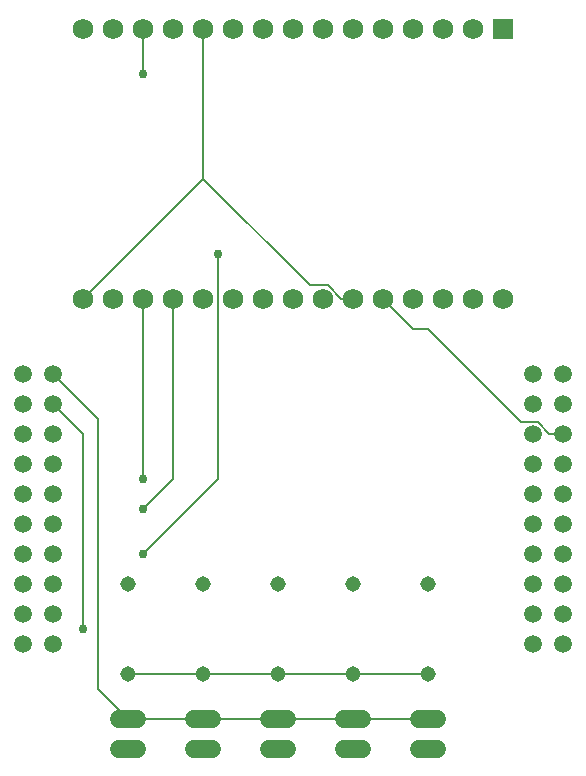
<source format=gbr>
G04 EAGLE Gerber RS-274X export*
G75*
%MOMM*%
%FSLAX34Y34*%
%LPD*%
%INBottom Copper*%
%IPPOS*%
%AMOC8*
5,1,8,0,0,1.08239X$1,22.5*%
G01*
%ADD10C,1.508000*%
%ADD11C,1.524000*%
%ADD12R,1.752600X1.752600*%
%ADD13C,1.752600*%
%ADD14C,1.308000*%
%ADD15C,0.152400*%
%ADD16C,0.756400*%


D10*
X38100Y355600D03*
X38100Y330200D03*
X38100Y304800D03*
X38100Y279400D03*
X38100Y254000D03*
X38100Y228600D03*
X38100Y203200D03*
X38100Y177800D03*
X38100Y152400D03*
X38100Y127000D03*
X63500Y355600D03*
X63500Y330200D03*
X63500Y304800D03*
X63500Y279400D03*
X63500Y254000D03*
X63500Y228600D03*
X63500Y203200D03*
X63500Y177800D03*
X63500Y152400D03*
X63500Y127000D03*
X469900Y127000D03*
X469900Y152400D03*
X469900Y177800D03*
X469900Y203200D03*
X469900Y228600D03*
X469900Y254000D03*
X469900Y279400D03*
X469900Y304800D03*
X469900Y330200D03*
X469900Y355600D03*
X495300Y127000D03*
X495300Y152400D03*
X495300Y177800D03*
X495300Y203200D03*
X495300Y228600D03*
X495300Y254000D03*
X495300Y279400D03*
X495300Y304800D03*
X495300Y330200D03*
X495300Y355600D03*
D11*
X198120Y38100D02*
X182880Y38100D01*
X182880Y63500D02*
X198120Y63500D01*
X246380Y38100D02*
X261620Y38100D01*
X261620Y63500D02*
X246380Y63500D01*
X309880Y38100D02*
X325120Y38100D01*
X325120Y63500D02*
X309880Y63500D01*
X373380Y38100D02*
X388620Y38100D01*
X388620Y63500D02*
X373380Y63500D01*
X134620Y38100D02*
X119380Y38100D01*
X119380Y63500D02*
X134620Y63500D01*
D12*
X444500Y647700D03*
D13*
X419100Y647700D03*
X393700Y647700D03*
X368300Y647700D03*
X342900Y647700D03*
X317500Y647700D03*
X292100Y647700D03*
X266700Y647700D03*
X241300Y647700D03*
X215900Y647700D03*
X190500Y647700D03*
X165100Y647700D03*
X139700Y647700D03*
X114300Y647700D03*
X88900Y647700D03*
X444500Y419100D03*
X419100Y419100D03*
X393700Y419100D03*
X368300Y419100D03*
X342900Y419100D03*
X317500Y419100D03*
X292100Y419100D03*
X266700Y419100D03*
X241300Y419100D03*
X215900Y419100D03*
X190500Y419100D03*
X165100Y419100D03*
X139700Y419100D03*
X114300Y419100D03*
X88900Y419100D03*
D14*
X190500Y101600D03*
X190500Y177800D03*
X254000Y101600D03*
X254000Y177800D03*
X381000Y101600D03*
X381000Y177800D03*
X127000Y101600D03*
X127000Y177800D03*
X317500Y101600D03*
X317500Y177800D03*
D15*
X317500Y101600D02*
X381000Y101600D01*
X254000Y101600D02*
X190500Y101600D01*
X254000Y101600D02*
X317500Y101600D01*
X190500Y101600D02*
X127000Y101600D01*
X88900Y304800D02*
X63500Y330200D01*
X88900Y304800D02*
X88900Y139700D01*
D16*
X88900Y139700D03*
D15*
X165100Y266700D02*
X165100Y419100D01*
X165100Y266700D02*
X139700Y241300D01*
D16*
X139700Y241300D03*
D15*
X139700Y266700D02*
X139700Y419100D01*
D16*
X139700Y266700D03*
X139700Y203200D03*
D15*
X203200Y266700D01*
X203200Y457200D01*
D16*
X203200Y457200D03*
X139700Y609600D03*
D15*
X139700Y647700D01*
X483796Y304800D02*
X495300Y304800D01*
X483796Y304800D02*
X473970Y314626D01*
X460074Y314626D01*
X381000Y393700D02*
X368300Y393700D01*
X342900Y419100D01*
X381000Y393700D02*
X460074Y314626D01*
X317500Y63500D02*
X254000Y63500D01*
X190500Y63500D01*
X127000Y63500D01*
X101600Y88900D01*
X101600Y317500D01*
X63500Y355600D01*
X317500Y63500D02*
X381000Y63500D01*
X88900Y419100D02*
X190500Y520700D01*
X190500Y647700D01*
X307726Y419100D02*
X317500Y419100D01*
X281051Y430149D02*
X190500Y520700D01*
X296677Y430149D02*
X307726Y419100D01*
X296677Y430149D02*
X281051Y430149D01*
M02*

</source>
